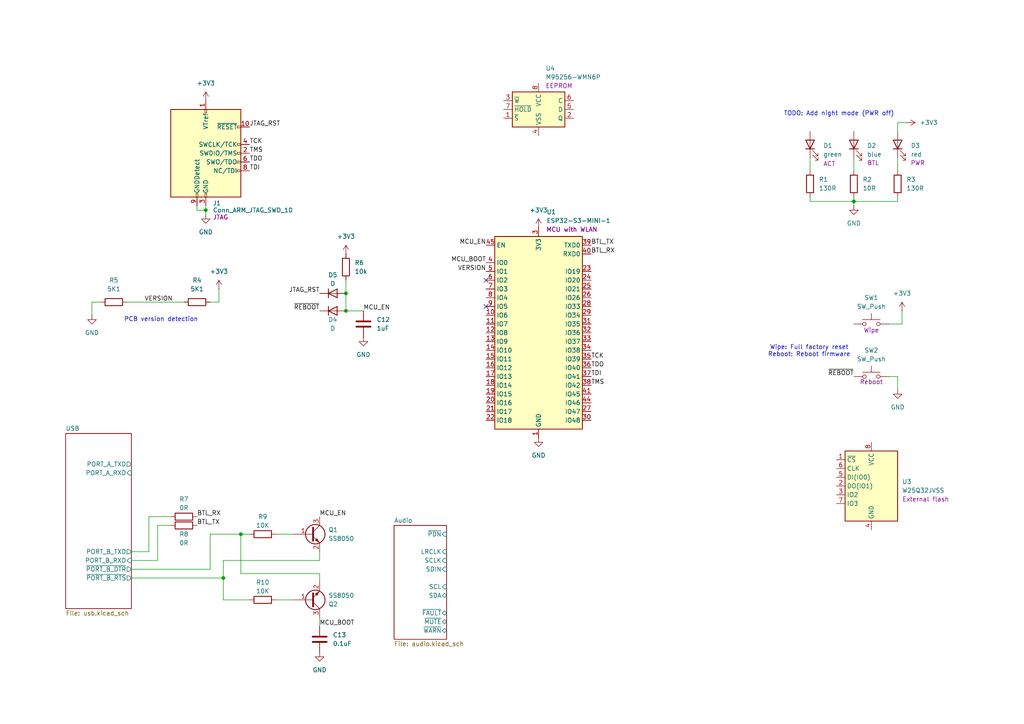
<source format=kicad_sch>
(kicad_sch (version 20231120) (generator "eeschema") (generator_version "8.0")
  (paper "A4")
  (title_block (title "soundbox"))
  (lib_symbols
    (symbol "Connector:Conn_ARM_JTAG_SWD_10" (pin_names (offset 1.016))
      (property "Reference" "J" (at -2.54 16.51 0))
      (property "Value" "Conn_ARM_JTAG_SWD_10" (at -2.54 13.97 0))
      (symbol "Conn_ARM_JTAG_SWD_10_0_1"
        (rectangle (start -10.16 12.7) (end 10.16 -12.7) (stroke (width 0.254)) (fill (type background)))
        (rectangle (start -2.794 -12.7) (end -2.286 -11.684))
        (rectangle (start -0.254 -12.7) (end 0.254 -11.684))
        (rectangle (start -0.254 12.7) (end 0.254 11.684))
        (rectangle (start 9.144 2.286) (end 10.16 2.794))
        (rectangle (start 10.16 -2.794) (end 9.144 -2.286))
        (rectangle (start 10.16 -0.254) (end 9.144 0.254))
        (rectangle (start 10.16 7.874) (end 9.144 7.366))
      )
      (symbol "Conn_ARM_JTAG_SWD_10_1_1"
        (rectangle (start 9.144 -5.334) (end 10.16 -4.826))
        (pin power_in line (at 0 15.24 270) (length 2.54) (name "VTref") (number "1"))
        (pin open_collector line (at 12.7 7.62 180) (length 2.54) (name "~{RESET}") (number "10"))
        (pin bidirectional line (at 12.7 0 180) (length 2.54) (name "SWDIO/TMS") (number "2"))
        (pin power_in line (at 0 -15.24 90) (length 2.54) (name "GND") (number "3"))
        (pin output line (at 12.7 2.54 180) (length 2.54) (name "SWCLK/TCK") (number "4"))
        (pin passive line (at 0 -15.24 90) (length 2.54) hide (name "GND") (number "5"))
        (pin input line (at 12.7 -2.54 180) (length 2.54) (name "SWO/TDO") (number "6"))
        (pin no_connect line (at -10.16 0 0) (length 2.54) hide (name "KEY") (number "7"))
        (pin output line (at 12.7 -5.08 180) (length 2.54) (name "NC/TDI") (number "8"))
        (pin passive line (at -2.54 -15.24 90) (length 2.54) (name "GNDDetect") (number "9"))
      )
    )
    (symbol "Device:C" (pin_numbers hide) (pin_names (offset 0.254))
      (property "Reference" "C" (at 0.635 2.54 0))
      (property "Value" "C" (at 0.635 -2.54 0))
      (symbol "C_0_1"
        (polyline (pts (xy -2.032 -0.762) (xy 2.032 -0.762)) (stroke (width 0.508)))
        (polyline (pts (xy -2.032 0.762) (xy 2.032 0.762)) (stroke (width 0.508)))
      )
      (symbol "C_1_1"
        (pin passive line (at 0 3.81 270) (length 2.794) (name "~") (number "1"))
        (pin passive line (at 0 -3.81 90) (length 2.794) (name "~") (number "2"))
      )
    )
    (symbol "Device:D" (pin_numbers hide) (pin_names (offset 1.016) hide)
      (property "Reference" "D" (at 0 2.54 0))
      (property "Value" "D" (at 0 -2.54 0))
      (symbol "D_0_1"
        (polyline (pts (xy -1.27 1.27) (xy -1.27 -1.27)) (stroke (width 0.254)))
        (polyline (pts (xy 1.27 0) (xy -1.27 0)))
        (polyline (pts (xy 1.27 1.27) (xy 1.27 -1.27) (xy -1.27 0) (xy 1.27 1.27)) (stroke (width 0.254)))
      )
      (symbol "D_1_1"
        (pin passive line (at -3.81 0 0) (length 2.54) (name "K") (number "1"))
        (pin passive line (at 3.81 0 180) (length 2.54) (name "A") (number "2"))
      )
    )
    (symbol "Device:LED" (pin_numbers hide) (pin_names (offset 1.016) hide)
      (property "Reference" "D" (at 0 2.54 0))
      (property "Value" "LED" (at 0 -2.54 0))
      (symbol "LED_0_1"
        (polyline (pts (xy -1.27 -1.27) (xy -1.27 1.27)) (stroke (width 0.254)))
        (polyline (pts (xy -1.27 0) (xy 1.27 0)))
        (polyline (pts (xy 1.27 -1.27) (xy 1.27 1.27) (xy -1.27 0) (xy 1.27 -1.27)) (stroke (width 0.254)))
        (polyline (pts (xy -3.048 -0.762) (xy -4.572 -2.286) (xy -3.81 -2.286) (xy -4.572 -2.286) (xy -4.572 -1.524)))
        (polyline (pts (xy -1.778 -0.762) (xy -3.302 -2.286) (xy -2.54 -2.286) (xy -3.302 -2.286) (xy -3.302 -1.524)))
      )
      (symbol "LED_1_1"
        (pin passive line (at -3.81 0 0) (length 2.54) (name "K") (number "1"))
        (pin passive line (at 3.81 0 180) (length 2.54) (name "A") (number "2"))
      )
    )
    (symbol "Device:R" (pin_numbers hide) (pin_names (offset 0))
      (property "Reference" "R" (at 2.032 0 90))
      (property "Value" "R" (at 0 0 90))
      (symbol "R_0_1"
        (rectangle (start -1.016 -2.54) (end 1.016 2.54) (stroke (width 0.254)))
      )
      (symbol "R_1_1"
        (pin passive line (at 0 3.81 270) (length 1.27) (name "~") (number "1"))
        (pin passive line (at 0 -3.81 90) (length 1.27) (name "~") (number "2"))
      )
    )
    (symbol "Memory_EEPROM:M95256-WMN6P"
      (property "Reference" "U" (at -7.62 6.35 0))
      (property "Value" "M95256-WMN6P" (at 2.54 -6.35 0))
      (symbol "M95256-WMN6P_1_1"
        (rectangle (start -7.62 5.08) (end 7.62 -5.08) (stroke (width 0.254)) (fill (type background)))
        (pin input line (at -10.16 -2.54 0) (length 2.54) (name "~{S}") (number "1"))
        (pin output line (at 10.16 -2.54 180) (length 2.54) (name "Q") (number "2"))
        (pin input line (at -10.16 2.54 0) (length 2.54) (name "~{W}") (number "3"))
        (pin power_in line (at 0 -7.62 90) (length 2.54) (name "VSS") (number "4"))
        (pin input line (at 10.16 0 180) (length 2.54) (name "D") (number "5"))
        (pin input line (at 10.16 2.54 180) (length 2.54) (name "C") (number "6"))
        (pin input line (at -10.16 0 0) (length 2.54) (name "~{HOLD}") (number "7"))
        (pin power_in line (at 0 7.62 270) (length 2.54) (name "VCC") (number "8"))
      )
    )
    (symbol "Memory_Flash:W25Q32JVSS"
      (property "Reference" "U" (at -6.35 11.43 0))
      (property "Value" "W25Q32JVSS" (at 7.62 11.43 0))
      (symbol "W25Q32JVSS_0_1"
        (rectangle (start -7.62 10.16) (end 7.62 -10.16) (stroke (width 0.254)) (fill (type background)))
      )
      (symbol "W25Q32JVSS_1_1"
        (pin input line (at -10.16 7.62 0) (length 2.54) (name "~{CS}") (number "1"))
        (pin bidirectional line (at -10.16 0 0) (length 2.54) (name "DO(IO1)") (number "2"))
        (pin bidirectional line (at -10.16 -2.54 0) (length 2.54) (name "IO2") (number "3"))
        (pin power_in line (at 0 -12.7 90) (length 2.54) (name "GND") (number "4"))
        (pin bidirectional line (at -10.16 2.54 0) (length 2.54) (name "DI(IO0)") (number "5"))
        (pin input line (at -10.16 5.08 0) (length 2.54) (name "CLK") (number "6"))
        (pin bidirectional line (at -10.16 -5.08 0) (length 2.54) (name "IO3") (number "7"))
        (pin power_in line (at 0 12.7 270) (length 2.54) (name "VCC") (number "8"))
      )
    )
    (symbol "RF_Module:ESP32-S3-MINI-1"
      (property "Reference" "U" (at -11.43 29.21 0))
      (property "Value" "ESP32-S3-MINI-1" (at 12.7 29.21 0))
      (symbol "ESP32-S3-MINI-1_0_1"
        (rectangle (start -12.7 27.94) (end 12.7 -27.94) (stroke (width 0.254)) (fill (type background)))
      )
      (symbol "ESP32-S3-MINI-1_1_1"
        (pin power_in line (at 0 -30.48 90) (length 2.54) (name "GND") (number "1"))
        (pin bidirectional line (at -15.24 5.08 0) (length 2.54) (name "IO6") (number "10"))
        (pin bidirectional line (at -15.24 2.54 0) (length 2.54) (name "IO7") (number "11"))
        (pin bidirectional line (at -15.24 0 0) (length 2.54) (name "IO8") (number "12"))
        (pin bidirectional line (at -15.24 -2.54 0) (length 2.54) (name "IO9") (number "13"))
        (pin bidirectional line (at -15.24 -5.08 0) (length 2.54) (name "IO10") (number "14"))
        (pin bidirectional line (at -15.24 -7.62 0) (length 2.54) (name "IO11") (number "15"))
        (pin bidirectional line (at -15.24 -10.16 0) (length 2.54) (name "IO12") (number "16"))
        (pin bidirectional line (at -15.24 -12.7 0) (length 2.54) (name "IO13") (number "17"))
        (pin bidirectional line (at -15.24 -15.24 0) (length 2.54) (name "IO14") (number "18"))
        (pin bidirectional line (at -15.24 -17.78 0) (length 2.54) (name "IO15") (number "19"))
        (pin passive line (at 0 -30.48 90) (length 2.54) hide (name "GND") (number "2"))
        (pin bidirectional line (at -15.24 -20.32 0) (length 2.54) (name "IO16") (number "20"))
        (pin bidirectional line (at -15.24 -22.86 0) (length 2.54) (name "IO17") (number "21"))
        (pin bidirectional line (at -15.24 -25.4 0) (length 2.54) (name "IO18") (number "22"))
        (pin bidirectional line (at 15.24 17.78 180) (length 2.54) (name "IO19") (number "23"))
        (pin bidirectional line (at 15.24 15.24 180) (length 2.54) (name "IO20") (number "24"))
        (pin bidirectional line (at 15.24 12.7 180) (length 2.54) (name "IO21") (number "25"))
        (pin bidirectional line (at 15.24 10.16 180) (length 2.54) (name "IO26") (number "26"))
        (pin bidirectional line (at 15.24 -22.86 180) (length 2.54) (name "IO47") (number "27"))
        (pin bidirectional line (at 15.24 7.62 180) (length 2.54) (name "IO33") (number "28"))
        (pin bidirectional line (at 15.24 5.08 180) (length 2.54) (name "IO34") (number "29"))
        (pin power_in line (at 0 30.48 270) (length 2.54) (name "3V3") (number "3"))
        (pin bidirectional line (at 15.24 -25.4 180) (length 2.54) (name "IO48") (number "30"))
        (pin bidirectional line (at 15.24 2.54 180) (length 2.54) (name "IO35") (number "31"))
        (pin bidirectional line (at 15.24 0 180) (length 2.54) (name "IO36") (number "32"))
        (pin bidirectional line (at 15.24 -2.54 180) (length 2.54) (name "IO37") (number "33"))
        (pin bidirectional line (at 15.24 -5.08 180) (length 2.54) (name "IO38") (number "34"))
        (pin bidirectional line (at 15.24 -7.62 180) (length 2.54) (name "IO39") (number "35"))
        (pin bidirectional line (at 15.24 -10.16 180) (length 2.54) (name "IO40") (number "36"))
        (pin bidirectional line (at 15.24 -12.7 180) (length 2.54) (name "IO41") (number "37"))
        (pin bidirectional line (at 15.24 -15.24 180) (length 2.54) (name "IO42") (number "38"))
        (pin bidirectional line (at 15.24 25.4 180) (length 2.54) (name "TXD0") (number "39"))
        (pin bidirectional line (at -15.24 20.32 0) (length 2.54) (name "IO0") (number "4"))
        (pin bidirectional line (at 15.24 22.86 180) (length 2.54) (name "RXD0") (number "40"))
        (pin bidirectional line (at 15.24 -17.78 180) (length 2.54) (name "IO45") (number "41"))
        (pin passive line (at 0 -30.48 90) (length 2.54) hide (name "GND") (number "42"))
        (pin passive line (at 0 -30.48 90) (length 2.54) hide (name "GND") (number "43"))
        (pin bidirectional line (at 15.24 -20.32 180) (length 2.54) (name "IO46") (number "44"))
        (pin input line (at -15.24 25.4 0) (length 2.54) (name "EN") (number "45"))
        (pin passive line (at 0 -30.48 90) (length 2.54) hide (name "GND") (number "46"))
        (pin passive line (at 0 -30.48 90) (length 2.54) hide (name "GND") (number "47"))
        (pin passive line (at 0 -30.48 90) (length 2.54) hide (name "GND") (number "48"))
        (pin passive line (at 0 -30.48 90) (length 2.54) hide (name "GND") (number "49"))
        (pin bidirectional line (at -15.24 17.78 0) (length 2.54) (name "IO1") (number "5"))
        (pin passive line (at 0 -30.48 90) (length 2.54) hide (name "GND") (number "50"))
        (pin passive line (at 0 -30.48 90) (length 2.54) hide (name "GND") (number "51"))
        (pin passive line (at 0 -30.48 90) (length 2.54) hide (name "GND") (number "52"))
        (pin passive line (at 0 -30.48 90) (length 2.54) hide (name "GND") (number "53"))
        (pin passive line (at 0 -30.48 90) (length 2.54) hide (name "GND") (number "54"))
        (pin passive line (at 0 -30.48 90) (length 2.54) hide (name "GND") (number "55"))
        (pin passive line (at 0 -30.48 90) (length 2.54) hide (name "GND") (number "56"))
        (pin passive line (at 0 -30.48 90) (length 2.54) hide (name "GND") (number "57"))
        (pin passive line (at 0 -30.48 90) (length 2.54) hide (name "GND") (number "58"))
        (pin passive line (at 0 -30.48 90) (length 2.54) hide (name "GND") (number "59"))
        (pin bidirectional line (at -15.24 15.24 0) (length 2.54) (name "IO2") (number "6"))
        (pin passive line (at 0 -30.48 90) (length 2.54) hide (name "GND") (number "60"))
        (pin passive line (at 0 -30.48 90) (length 2.54) hide (name "GND") (number "61"))
        (pin passive line (at 0 -30.48 90) (length 2.54) hide (name "GND") (number "62"))
        (pin passive line (at 0 -30.48 90) (length 2.54) hide (name "GND") (number "63"))
        (pin passive line (at 0 -30.48 90) (length 2.54) hide (name "GND") (number "64"))
        (pin passive line (at 0 -30.48 90) (length 2.54) hide (name "GND") (number "65"))
        (pin bidirectional line (at -15.24 12.7 0) (length 2.54) (name "IO3") (number "7"))
        (pin bidirectional line (at -15.24 10.16 0) (length 2.54) (name "IO4") (number "8"))
        (pin bidirectional line (at -15.24 7.62 0) (length 2.54) (name "IO5") (number "9"))
      )
    )
    (symbol "Switch:SW_Push" (pin_numbers hide) (pin_names (offset 1.016) hide)
      (property "Reference" "SW" (at 1.27 2.54 0))
      (property "Value" "SW_Push" (at 0 -1.524 0))
      (symbol "SW_Push_0_1"
        (circle (center -2.032 0) (radius 0.508))
        (polyline (pts (xy 0 1.27) (xy 0 3.048)))
        (polyline (pts (xy 2.54 1.27) (xy -2.54 1.27)))
        (circle (center 2.032 0) (radius 0.508))
        (pin passive line (at -5.08 0 0) (length 2.54) (name "1") (number "1"))
        (pin passive line (at 5.08 0 180) (length 2.54) (name "2") (number "2"))
      )
    )
    (symbol "Transistor_BJT:SS8050" (pin_names (offset 0) hide)
      (property "Reference" "Q" (at 5.08 1.905 0))
      (property "Value" "SS8050" (at 5.08 0 0))
      (symbol "SS8050_0_1"
        (polyline (pts (xy 0.635 0.635) (xy 2.54 2.54)))
        (polyline (pts (xy 0.635 -0.635) (xy 2.54 -2.54) (xy 2.54 -2.54)))
        (polyline (pts (xy 0.635 1.905) (xy 0.635 -1.905) (xy 0.635 -1.905)) (stroke (width 0.508)))
        (polyline (pts (xy 1.27 -1.778) (xy 1.778 -1.27) (xy 2.286 -2.286) (xy 1.27 -1.778) (xy 1.27 -1.778)) (fill (type outline)))
        (circle (center 1.27 0) (radius 2.8194) (stroke (width 0.254)))
      )
      (symbol "SS8050_1_1"
        (pin input line (at -5.08 0 0) (length 5.715) (name "B") (number "1"))
        (pin passive line (at 2.54 -5.08 90) (length 2.54) (name "E") (number "2"))
        (pin passive line (at 2.54 5.08 270) (length 2.54) (name "C") (number "3"))
      )
    )
    (symbol "power:+3V3" (power) (pin_numbers hide) (pin_names (offset 0) hide)
      (property "Value" "+3V3" (at 0 3.556 0))
      (symbol "+3V3_0_1"
        (polyline (pts (xy -0.762 1.27) (xy 0 2.54)))
        (polyline (pts (xy 0 0) (xy 0 2.54)))
        (polyline (pts (xy 0 2.54) (xy 0.762 1.27)))
      )
      (symbol "+3V3_1_1"
        (pin power_in line (at 0 0 90) (length 0) (name "~") (number "1"))
      )
    )
    (symbol "power:GND" (power) (pin_numbers hide) (pin_names (offset 0) hide)
      (property "Value" "GND" (at 0 -3.81 0))
      (symbol "GND_0_1"
        (polyline (pts (xy 0 0) (xy 0 -1.27) (xy 1.27 -1.27) (xy 0 -2.54) (xy -1.27 -1.27) (xy 0 -1.27)))
      )
      (symbol "GND_1_1"
        (pin power_in line (at 0 0 270) (length 0) (name "~") (number "1"))
      )
    )
  )
  (junction (at 100.33 90.17))
  (junction (at 59.69 60.96))
  (junction (at 100.33 85.09))
  (junction (at 247.65 58.42))
  (junction (at 64.77 167.64))
  (junction (at 69.85 154.94))
  (no_connect (at 140.97 88.9))
  (no_connect (at 140.97 81.28))
  (wire (pts (xy 260.35 57.15) (xy 260.35 58.42)))
  (wire (pts (xy 45.72 152.4) (xy 49.53 152.4)))
  (wire (pts (xy 60.96 154.94) (xy 69.85 154.94)))
  (wire (pts (xy 80.01 154.94) (xy 85.09 154.94)))
  (wire (pts (xy 38.1 165.1) (xy 60.96 165.1)))
  (wire (pts (xy 64.77 167.64) (xy 64.77 173.99)))
  (wire (pts (xy 64.77 162.56) (xy 64.77 167.64)))
  (wire (pts (xy 38.1 167.64) (xy 64.77 167.64)))
  (wire (pts (xy 234.95 58.42) (xy 247.65 58.42)))
  (wire (pts (xy 234.95 45.72) (xy 234.95 49.53)))
  (wire (pts (xy 92.71 160.02) (xy 92.71 162.56)))
  (wire (pts (xy 60.96 165.1) (xy 60.96 154.94)))
  (wire (pts (xy 36.83 87.63) (xy 53.34 87.63)))
  (wire (pts (xy 57.15 59.69) (xy 57.15 60.96)))
  (wire (pts (xy 260.35 109.22) (xy 260.35 113.03)))
  (wire (pts (xy 257.81 93.98) (xy 261.62 93.98)))
  (wire (pts (xy 69.85 154.94) (xy 72.39 154.94)))
  (wire (pts (xy 257.81 109.22) (xy 260.35 109.22)))
  (wire (pts (xy 26.67 87.63) (xy 29.21 87.63)))
  (wire (pts (xy 261.62 90.17) (xy 261.62 93.98)))
  (wire (pts (xy 59.69 62.23) (xy 59.69 60.96)))
  (wire (pts (xy 92.71 168.91) (xy 92.71 166.37)))
  (wire (pts (xy 80.01 173.99) (xy 85.09 173.99)))
  (wire (pts (xy 64.77 173.99) (xy 72.39 173.99)))
  (wire (pts (xy 38.1 160.02) (xy 43.18 160.02)))
  (wire (pts (xy 92.71 179.07) (xy 92.71 181.61)))
  (wire (pts (xy 59.69 60.96) (xy 57.15 60.96)))
  (wire (pts (xy 100.33 85.09) (xy 100.33 90.17)))
  (wire (pts (xy 260.35 35.56) (xy 262.89 35.56)))
  (wire (pts (xy 247.65 58.42) (xy 247.65 59.69)))
  (wire (pts (xy 100.33 90.17) (xy 105.41 90.17)))
  (wire (pts (xy 260.35 38.1) (xy 260.35 35.56)))
  (wire (pts (xy 43.18 149.86) (xy 49.53 149.86)))
  (wire (pts (xy 63.5 87.63) (xy 63.5 83.82)))
  (wire (pts (xy 100.33 81.28) (xy 100.33 85.09)))
  (wire (pts (xy 92.71 162.56) (xy 64.77 162.56)))
  (wire (pts (xy 43.18 160.02) (xy 43.18 149.86)))
  (wire (pts (xy 92.71 166.37) (xy 69.85 166.37)))
  (wire (pts (xy 38.1 162.56) (xy 45.72 162.56)))
  (wire (pts (xy 45.72 162.56) (xy 45.72 152.4)))
  (wire (pts (xy 69.85 166.37) (xy 69.85 154.94)))
  (wire (pts (xy 26.67 91.44) (xy 26.67 87.63)))
  (wire (pts (xy 60.96 87.63) (xy 63.5 87.63)))
  (wire (pts (xy 247.65 45.72) (xy 247.65 49.53)))
  (wire (pts (xy 260.35 45.72) (xy 260.35 49.53)))
  (wire (pts (xy 247.65 57.15) (xy 247.65 58.42)))
  (wire (pts (xy 59.69 59.69) (xy 59.69 60.96)))
  (wire (pts (xy 247.65 58.42) (xy 260.35 58.42)))
  (wire (pts (xy 234.95 57.15) (xy 234.95 58.42)))
  (text "Wipe: Full factory reset\nReboot: Reboot firmware" (at 234.696 101.854 0) (effects (font (size 1.27 1.27))))
  (text "TODO: Add night mode (PWR off)" (at 243.332 33.02 0) (effects (font (size 1.27 1.27))))
  (text "PCB version detection" (at 46.736 92.71 0) (effects (font (size 1.27 1.27))))
  (label "VERSION" (at 41.91 87.63 0))
  (label "TCK" (at 72.39 41.91 0))
  (label "~{REBOOT}" (at 92.71 90.17 180))
  (label "~{REBOOT}" (at 247.65 109.22 180))
  (label "TDI" (at 171.45 109.22 0))
  (label "BTL_RX" (at 171.45 73.66 0))
  (label "TDO" (at 171.45 106.68 0))
  (label "JTAG_RST" (at 92.71 85.09 180))
  (label "MCU_EN" (at 140.97 71.12 180))
  (label "MCU_EN" (at 92.71 149.86 0))
  (label "MCU_BOOT" (at 92.71 181.61 0))
  (label "MCU_BOOT" (at 140.97 76.2 180))
  (label "BTL_RX" (at 57.15 149.86 0))
  (label "JTAG_RST" (at 72.39 36.83 0))
  (label "MCU_EN" (at 105.41 90.17 0))
  (label "TCK" (at 171.45 104.14 0))
  (label "TDO" (at 72.39 46.99 0))
  (label "BTL_TX" (at 171.45 71.12 0))
  (label "BTL_TX" (at 57.15 152.4 0))
  (label "TMS" (at 72.39 44.45 0))
  (label "TMS" (at 171.45 111.76 0))
  (label "VERSION" (at 140.97 78.74 180))
  (label "TDI" (at 72.39 49.53 0))
  (symbol (lib_id "power:GND") (at 156.21 127 0) (unit 1)
    (property "Reference" "#PWR015" (effects (hide yes)))
    (property "Value" "GND" (at 156.21 132.08 0))
    (property "Description" "Power symbol creates a global label with name \"GND\" , ground" (effects (hide yes)))
  )
  (symbol (lib_id "power:GND") (at 247.65 59.69 0) (unit 1)
    (property "Reference" "#PWR012" (effects (hide yes)))
    (property "Value" "GND" (at 247.65 64.77 0))
    (property "Description" "Power symbol creates a global label with name \"GND\" , ground" (effects (hide yes)))
  )
  (symbol (lib_id "Device:R") (at 76.2 154.94 270) (unit 1)
    (property "Reference" "R9" (at 76.2 149.86 90))
    (property "Value" "10K" (at 76.2 152.4 90))
    (property "Description" "Resistor" (effects (hide yes)))
  )
  (symbol (lib_id "power:GND") (at 26.67 91.44 0) (unit 1)
    (property "Reference" "#PWR01" (effects (hide yes)))
    (property "Value" "GND" (at 26.67 96.52 0))
    (property "Description" "Power symbol creates a global label with name \"GND\" , ground" (effects (hide yes)))
  )
  (symbol (lib_id "RF_Module:ESP32-S3-MINI-1") (at 156.21 96.52 0) (unit 1)
    (property "Reference" "U1" (at 158.496 61.468 0) (effects (justify left)))
    (property "Value" "ESP32-S3-MINI-1" (at 158.496 64.008 0) (effects (justify left)))
    (property "Footprint" "RF_Module:ESP32-S2-MINI-1" (effects (hide yes)))
    (property "Datasheet" "https://www.espressif.com/sites/default/files/documentation/esp32-s3-mini-1_mini-1u_datasheet_en.pdf" (effects (hide yes)))
    (property "Description" "MCU with WLAN" (at 165.862 66.548 0))
    (property "MPN" "ESP32-S3-MINI-1-N8" (effects (hide yes)))
    (property "Manufacturer" "Espressif Systems" (effects (hide yes)))
  )
  (symbol (lib_id "Memory_Flash:W25Q32JVSS") (at 252.73 140.97 0) (unit 1)
    (property "Reference" "U3" (at 261.62 139.6999 0) (effects (justify left)))
    (property "Value" "W25Q32JVSS" (at 261.62 142.2399 0) (effects (justify left)))
    (property "Footprint" "Package_SO:SOIC-8_5.23x5.23mm_P1.27mm" (effects (hide yes)))
    (property "Datasheet" "http://www.winbond.com/resource-files/w25q32jv%20revg%2003272018%20plus.pdf" (effects (hide yes)))
    (property "Description" "External flash" (at 268.478 144.78 0))
    (property "MPN" "W25Q32JVSSIQ" (effects (hide yes)))
    (property "Manufacturer" "Winbond Electronics" (effects (hide yes)))
  )
  (symbol (lib_id "Connector:Conn_ARM_JTAG_SWD_10") (at 59.69 44.45 0) (unit 1)
    (property "Reference" "J1" (at 61.722 58.928 0) (effects (justify left)))
    (property "Value" "Conn_ARM_JTAG_SWD_10" (at 61.722 60.96 0) (effects (justify left)))
    (property "Datasheet" "https://mm.digikey.com/Volume0/opasdata/d220001/medias/docus/6209/ftsh-1xx-xx-xxx-dv-xxx-xxx-x-xx-mkt.pdf" (effects (hide yes)))
    (property "Description" "JTAG" (at 61.722 62.992 0) (effects (justify left)))
    (property "MPN" "FTSH-105-01-L-DV-007-K-TR" (effects (hide yes)))
    (property "Manufacturer" "samtec" (effects (hide yes)))
  )
  (symbol (lib_id "Switch:SW_Push") (at 252.73 109.22 0) (unit 1)
    (property "Reference" "SW2" (at 252.73 101.6 0))
    (property "Value" "SW_Push" (at 252.73 104.14 0))
    (property "Footprint" "Button_Switch_SMD:SW_SPST_TL3305B" (effects (hide yes)))
    (property "Datasheet" "https://www.e-switch.com/wp-content/uploads/2024/08/TL3305.pdf" (effects (hide yes)))
    (property "Description" "Reboot" (at 252.73 110.744 0))
    (property "MPN" "TL3305BF260QG" (effects (hide yes)))
    (property "Manufacturer" "E-Switch" (effects (hide yes)))
  )
  (symbol (lib_id "Device:R") (at 76.2 173.99 270) (unit 1)
    (property "Reference" "R10" (at 76.2 168.91 90))
    (property "Value" "10K" (at 76.2 171.45 90))
    (property "Description" "Resistor" (effects (hide yes)))
  )
  (symbol (lib_id "power:+3V3") (at 59.69 29.21 0) (unit 1)
    (property "Reference" "#PWR016" (effects (hide yes)))
    (property "Value" "+3V3" (at 59.69 24.13 0))
    (property "Description" "Power symbol creates a global label with name \"+3V3\"" (effects (hide yes)))
  )
  (symbol (lib_id "power:+3V3") (at 156.21 66.04 0) (unit 1)
    (property "Reference" "#PWR014" (effects (hide yes)))
    (property "Value" "+3V3" (at 156.21 60.96 0))
    (property "Description" "Power symbol creates a global label with name \"+3V3\"" (effects (hide yes)))
  )
  (symbol (lib_id "Device:R") (at 100.33 77.47 0) (unit 1)
    (property "Reference" "R6" (at 102.87 76.1999 0) (effects (justify left)))
    (property "Value" "10k" (at 102.87 78.7399 0) (effects (justify left)))
    (property "Description" "Resistor" (effects (hide yes)))
  )
  (symbol (lib_id "power:+3V3") (at 63.5 83.82 0) (unit 1)
    (property "Reference" "#PWR02" (effects (hide yes)))
    (property "Value" "+3V3" (at 63.5 78.74 0))
    (property "Description" "Power symbol creates a global label with name \"+3V3\"" (effects (hide yes)))
  )
  (symbol (lib_id "Device:R") (at 260.35 53.34 0) (unit 1)
    (property "Reference" "R3" (at 262.89 52.0699 0) (effects (justify left)))
    (property "Value" "130R" (at 262.89 54.6099 0) (effects (justify left)))
    (property "Footprint" "Resistor_SMD:R_0603_1608Metric" (effects (hide yes)))
    (property "Datasheet" "https://industrial.panasonic.com/cdbs/www-data/pdf/RDA0000/AOA0000C304.pdf" (effects (hide yes)))
    (property "Description" "Resistor" (effects (hide yes)))
    (property "MPN" "ERJ-3EKF1300V" (effects (hide yes)))
    (property "Manufacturer" "Panasonic Electronic Components" (effects (hide yes)))
  )
  (symbol (lib_id "Device:R") (at 53.34 152.4 90) (mirror x) (unit 1)
    (property "Reference" "R8" (at 53.34 154.94 90))
    (property "Value" "0R" (at 53.34 157.48 90))
    (property "Description" "Resistor" (effects (hide yes)))
  )
  (symbol (lib_id "Switch:SW_Push") (at 252.73 93.98 0) (unit 1)
    (property "Reference" "SW1" (at 252.73 86.36 0))
    (property "Value" "SW_Push" (at 252.73 88.9 0))
    (property "Footprint" "Button_Switch_SMD:SW_SPST_TL3305B" (effects (hide yes)))
    (property "Datasheet" "https://www.e-switch.com/wp-content/uploads/2024/08/TL3305.pdf" (effects (hide yes)))
    (property "Description" "Wipe" (at 252.73 95.758 0))
    (property "MPN" "TL3305BF260QG" (effects (hide yes)))
    (property "Manufacturer" "E-Switch" (effects (hide yes)))
  )
  (symbol (lib_id "power:+3V3") (at 100.33 73.66 0) (unit 1)
    (property "Reference" "#PWR018" (effects (hide yes)))
    (property "Value" "+3V3" (at 100.33 68.58 0))
    (property "Description" "Power symbol creates a global label with name \"+3V3\"" (effects (hide yes)))
  )
  (symbol (lib_id "Device:D") (at 96.52 90.17 0) (unit 1)
    (property "Reference" "D4" (at 96.52 92.71 0))
    (property "Value" "D" (at 96.52 95.25 0))
    (property "Description" "Diode" (effects (hide yes)))
    (property "Sim.Device" "D" (effects (hide yes)))
    (property "Sim.Pins" "1=K 2=A" (effects (hide yes)))
  )
  (symbol (lib_id "Device:R") (at 247.65 53.34 0) (unit 1)
    (property "Reference" "R2" (at 250.19 52.0699 0) (effects (justify left)))
    (property "Value" "10R" (at 250.19 54.6099 0) (effects (justify left)))
    (property "Footprint" "Resistor_SMD:R_0603_1608Metric" (effects (hide yes)))
    (property "Datasheet" "https://industrial.panasonic.com/cdbs/www-data/pdf/RDO0000/AOA0000C331.pdf" (effects (hide yes)))
    (property "Description" "Resistor" (effects (hide yes)))
    (property "MPN" "ERJ-PA3F10R0V" (effects (hide yes)))
    (property "Manufacturer" "Panasonic Electronic Components" (effects (hide yes)))
  )
  (symbol (lib_id "Transistor_BJT:SS8050") (at 90.17 154.94 0) (unit 1)
    (property "Reference" "Q1" (at 95.25 153.6699 0) (effects (justify left)))
    (property "Value" "SS8050" (at 95.25 156.2099 0) (effects (justify left)))
    (property "Footprint" "Package_TO_SOT_SMD:SOT-23" (effects (hide yes)))
    (property "Datasheet" "http://www.secosgmbh.com/datasheet/products/SSMPTransistor/SOT-23/SS8050.pdf" (effects (hide yes)))
    (property "Description" "General Purpose NPN Transistor, 1.5A Ic, 25V Vce, SOT-23" (effects (hide yes)))
  )
  (symbol (lib_id "power:+3V3") (at 261.62 90.17 0) (unit 1)
    (property "Reference" "#PWR011" (effects (hide yes)))
    (property "Value" "+3V3" (at 261.62 85.09 0))
    (property "Description" "Power symbol creates a global label with name \"+3V3\"" (effects (hide yes)))
  )
  (symbol (lib_id "power:GND") (at 59.69 62.23 0) (unit 1)
    (property "Reference" "#PWR017" (effects (hide yes)))
    (property "Value" "GND" (at 59.69 67.31 0))
    (property "Description" "Power symbol creates a global label with name \"GND\" , ground" (effects (hide yes)))
  )
  (symbol (lib_id "power:GND") (at 105.41 97.79 0) (unit 1)
    (property "Reference" "#PWR020" (effects (hide yes)))
    (property "Value" "GND" (at 105.41 102.87 0))
    (property "Description" "Power symbol creates a global label with name \"GND\" , ground" (effects (hide yes)))
  )
  (symbol (lib_id "power:GND") (at 92.71 189.23 0) (unit 1)
    (property "Reference" "#PWR021" (effects (hide yes)))
    (property "Value" "GND" (at 92.71 194.31 0))
    (property "Description" "Power symbol creates a global label with name \"GND\" , ground" (effects (hide yes)))
  )
  (symbol (lib_id "Transistor_BJT:SS8050") (at 90.17 173.99 0) (mirror x) (unit 1)
    (property "Reference" "Q2" (at 95.25 175.2601 0) (effects (justify left)))
    (property "Value" "SS8050" (at 95.25 172.7201 0) (effects (justify left)))
    (property "Footprint" "Package_TO_SOT_SMD:SOT-23" (effects (hide yes)))
    (property "Datasheet" "http://www.secosgmbh.com/datasheet/products/SSMPTransistor/SOT-23/SS8050.pdf" (effects (hide yes)))
    (property "Description" "General Purpose NPN Transistor, 1.5A Ic, 25V Vce, SOT-23" (effects (hide yes)))
  )
  (symbol (lib_id "Device:R") (at 53.34 149.86 90) (mirror x) (unit 1)
    (property "Reference" "R7" (at 53.34 144.78 90))
    (property "Value" "0R" (at 53.34 147.32 90))
    (property "Description" "Resistor" (effects (hide yes)))
  )
  (symbol (lib_id "Device:D") (at 96.52 85.09 0) (unit 1)
    (property "Reference" "D5" (at 96.52 79.756 0))
    (property "Value" "D" (at 96.52 82.296 0))
    (property "Description" "Diode" (effects (hide yes)))
    (property "Sim.Device" "D" (effects (hide yes)))
    (property "Sim.Pins" "1=K 2=A" (effects (hide yes)))
  )
  (symbol (lib_id "Device:C") (at 92.71 185.42 0) (unit 1)
    (property "Reference" "C13" (at 96.52 184.1499 0) (effects (justify left)))
    (property "Value" "0.1uF" (at 96.52 186.6899 0) (effects (justify left)))
    (property "Description" "Unpolarized capacitor" (effects (hide yes)))
  )
  (symbol (lib_id "Device:R") (at 33.02 87.63 270) (unit 1)
    (property "Reference" "R5" (at 33.02 81.28 90))
    (property "Value" "5K1" (at 33.02 83.82 90))
    (property "Footprint" "Resistor_SMD:R_0603_1608Metric" (effects (hide yes)))
    (property "Datasheet" "https://industrial.panasonic.com/cdbs/www-data/pdf/RDA0000/AOA0000C304.pdf" (effects (hide yes)))
    (property "Description" "Resistor" (effects (hide yes)))
    (property "MPN" "ERJ-3EKF5101V" (effects (hide yes)))
    (property "Manufacturer" "Panasonic Electronic Components" (effects (hide yes)))
  )
  (symbol (lib_id "Device:LED") (at 234.95 41.91 90) (unit 1)
    (property "Reference" "D1" (at 238.76 42.2274 90) (effects (justify right)))
    (property "Value" "green" (at 238.76 44.7674 90) (effects (justify right)))
    (property "Footprint" "LED_SMD:LED_1206_3216Metric" (effects (hide yes)))
    (property "Datasheet" "https://s3-us-west-2.amazonaws.com/catsy.557/Dialight_CBI_data_598-1206_Apr2018.pdf" (effects (hide yes)))
    (property "Description" "ACT" (at 240.538 47.498 90))
    (property "MPN" "598-8270-107F" (effects (hide yes)))
    (property "Manufacturer" "Dialight" (effects (hide yes)))
  )
  (symbol (lib_id "Device:R") (at 57.15 87.63 90) (unit 1)
    (property "Reference" "R4" (at 57.15 81.28 90))
    (property "Value" "5K1" (at 57.15 83.82 90))
    (property "Footprint" "Resistor_SMD:R_0603_1608Metric" (effects (hide yes)))
    (property "Datasheet" "https://industrial.panasonic.com/cdbs/www-data/pdf/RDA0000/AOA0000C304.pdf" (effects (hide yes)))
    (property "Description" "Resistor" (effects (hide yes)))
    (property "MPN" "ERJ-3EKF5101V" (effects (hide yes)))
    (property "Manufacturer" "Panasonic Electronic Components" (effects (hide yes)))
  )
  (symbol (lib_id "Device:R") (at 234.95 53.34 0) (unit 1)
    (property "Reference" "R1" (at 237.49 52.0699 0) (effects (justify left)))
    (property "Value" "130R" (at 237.49 54.6099 0) (effects (justify left)))
    (property "Footprint" "Resistor_SMD:R_0603_1608Metric" (effects (hide yes)))
    (property "Datasheet" "https://industrial.panasonic.com/cdbs/www-data/pdf/RDA0000/AOA0000C304.pdf" (effects (hide yes)))
    (property "Description" "Resistor" (effects (hide yes)))
    (property "MPN" "ERJ-3EKF1300V" (effects (hide yes)))
    (property "Manufacturer" "Panasonic Electronic Components" (effects (hide yes)))
  )
  (symbol (lib_id "Device:C") (at 105.41 93.98 0) (unit 1)
    (property "Reference" "C12" (at 109.22 92.7099 0) (effects (justify left)))
    (property "Value" "1uF" (at 109.22 95.2499 0) (effects (justify left)))
    (property "Description" "Unpolarized capacitor" (effects (hide yes)))
  )
  (symbol (lib_id "Memory_EEPROM:M95256-WMN6P") (at 156.21 31.75 0) (unit 1)
    (property "Reference" "U4" (at 158.242 19.812 0) (effects (justify left)))
    (property "Value" "M95256-WMN6P" (at 158.242 22.352 0) (effects (justify left)))
    (property "Footprint" "Package_SO:SOIC-8_3.9x4.9mm_P1.27mm" (effects (hide yes)))
    (property "Datasheet" "http://www.st.com/content/ccc/resource/technical/document/datasheet/9d/75/f0/3e/76/00/4c/0b/CD00103810.pdf/files/CD00103810.pdf/jcr:content/translations/en.CD00103810.pdf" (effects (hide yes)))
    (property "Description" "EEPROM" (at 162.1439 24.892 0))
    (property "MPN" "M95256-WMN6P" (effects (hide yes)))
    (property "Manufacturer" "STMicroelectronics" (effects (hide yes)))
  )
  (symbol (lib_id "Device:LED") (at 260.35 41.91 90) (unit 1)
    (property "Reference" "D3" (at 264.16 42.2274 90) (effects (justify right)))
    (property "Value" "red" (at 264.16 44.7674 90) (effects (justify right)))
    (property "Footprint" "LED_SMD:LED_1206_3216Metric" (effects (hide yes)))
    (property "Datasheet" "https://s3-us-west-2.amazonaws.com/catsy.557/Dialight_CBI_data_598-1206_Apr2018.pdf" (effects (hide yes)))
    (property "Description" "PWR" (at 266.192 47.244 90))
    (property "MPN" "598-8210-107F" (effects (hide yes)))
    (property "Manufacturer" "Dialight" (effects (hide yes)))
  )
  (symbol (lib_id "power:GND") (at 260.35 113.03 0) (unit 1)
    (property "Reference" "#PWR019" (effects (hide yes)))
    (property "Value" "GND" (at 260.35 118.11 0))
    (property "Description" "Power symbol creates a global label with name \"GND\" , ground" (effects (hide yes)))
  )
  (symbol (lib_id "power:+3V3") (at 262.89 35.56 270) (unit 1)
    (property "Reference" "#PWR013" (effects (hide yes)))
    (property "Value" "+3V3" (at 266.7 35.5599 90) (effects (justify left)))
    (property "Description" "Power symbol creates a global label with name \"+3V3\"" (effects (hide yes)))
  )
  (symbol (lib_id "Device:LED") (at 247.65 41.91 90) (unit 1)
    (property "Reference" "D2" (at 251.46 42.2274 90) (effects (justify right)))
    (property "Value" "blue" (at 251.46 44.7674 90) (effects (justify right)))
    (property "Footprint" "LED_SMD:LED_1206_3216Metric" (effects (hide yes)))
    (property "Datasheet" "https://s3-us-west-2.amazonaws.com/catsy.557/Dialight_CBI_data_598-1206_Apr2018.pdf" (effects (hide yes)))
    (property "Description" "BTL" (at 253.238 47.244 90))
    (property "MPN" "598-8291-107F" (effects (hide yes)))
    (property "Manufacturer" "Dialight" (effects (hide yes)))
  )
  (sheet (at 19.05 125.73) (size 19.05 50.8) (stroke (width 0.1524))
    (property "Sheetname" "USB" (at 19.05 125.0184 0) (effects (justify left bottom)))
    (property "Sheetfile" "usb.kicad_sch" (at 19.05 177.1146 0) (effects (justify left top)))
    (pin "PORT_A_TXD" output (at 38.1 134.62 0))
    (pin "PORT_A_RXD" input (at 38.1 137.16 0))
    (pin "PORT_B_TXD" output (at 38.1 160.02 0))
    (pin "PORT_B_RXD" input (at 38.1 162.56 0))
    (pin "~{PORT_B_RTS}" output (at 38.1 167.64 0))
    (pin "~{PORT_B_DTR}" output (at 38.1 165.1 0))
  )
  (sheet (at 114.3 152.4) (size 15.24 33.02) (stroke (width 0.1524))
    (property "Sheetname" "Audio" (at 114.3 151.6884 0) (effects (justify left bottom)))
    (property "Sheetfile" "audio.kicad_sch" (at 114.3 186.0046 0) (effects (justify left top)))
    (pin "~{PDN}" input (at 129.54 154.94 0))
    (pin "LRCLK" input (at 129.54 160.02 0))
    (pin "SCLK" input (at 129.54 162.56 0))
    (pin "SDIN" input (at 129.54 165.1 0))
    (pin "SCL" input (at 129.54 170.18 0))
    (pin "SDA" bidirectional (at 129.54 172.72 0))
    (pin "~{FAULT}" bidirectional (at 129.54 177.8 0))
    (pin "~{MUTE}" bidirectional (at 129.54 180.34 0))
    (pin "~{WARN}" bidirectional (at 129.54 182.88 0))
  )
)
</source>
